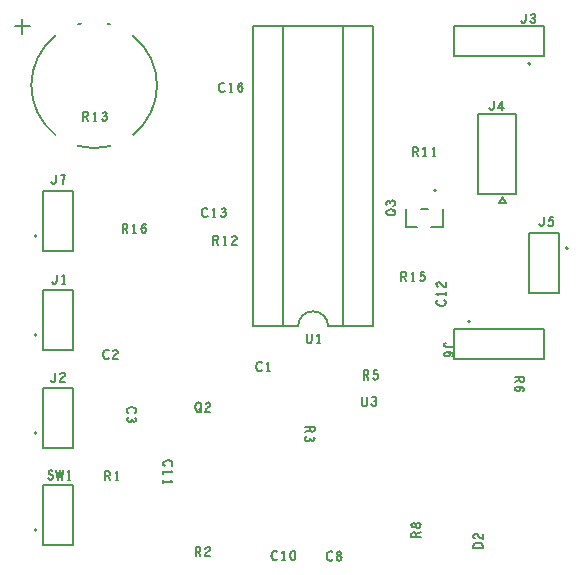
<source format=gto>
G04 ================== begin FILE IDENTIFICATION RECORD ==================*
G04 Layout Name:  WCSA_SystemSchem_4-Layer.brd*
G04 Film Name:    SST*
G04 File Format:  Gerber RS274X*
G04 File Origin:  Cadence Allegro 17.4-S013*
G04 Origin Date:  Thu May  5 23:29:30 2022*
G04 *
G04 Layer:  REF DES/SILKSCREEN_TOP*
G04 Layer:  MANUFACTURING/AUTOSILK_TOP*
G04 *
G04 Offset:    (0.00 0.00)*
G04 Mirror:    No*
G04 Mode:      Positive*
G04 Rotation:  0*
G04 FullContactRelief:  No*
G04 UndefLineWidth:     5.00*
G04 ================== end FILE IDENTIFICATION RECORD ====================*
%FSLAX25Y25*MOIN*%
%IR0*IPPOS*OFA0.00000B0.00000*MIA0B0*SFA1.00000B1.00000*%
%ADD10C,.005*%
%ADD11C,.006*%
%ADD12C,.00787*%
G75*
%LPD*%
G75*
G54D10*
G01X-83355Y-62687D02*
X-83048Y-62945D01*
X-82703Y-63100D01*
X-82397D01*
X-82090Y-62945D01*
X-81860Y-62687D01*
X-81745Y-62325D01*
X-81822Y-61963D01*
X-82013Y-61653D01*
X-82358Y-61447D01*
X-82818Y-61343D01*
X-83087Y-61137D01*
X-83202Y-60775D01*
X-83125Y-60413D01*
X-82933Y-60155D01*
X-82665Y-60000D01*
X-82397D01*
X-82128Y-60103D01*
X-81898Y-60362D01*
G01X-80600Y-60000D02*
X-80063Y-63100D01*
X-79450Y-60000D01*
X-78837Y-63100D01*
X-78300Y-60000D01*
G01X-76350Y-63100D02*
Y-60000D01*
X-76810Y-60620D01*
G01Y-63100D02*
X-75890D01*
G01X-83355Y-62687D02*
X-83048Y-62945D01*
X-82703Y-63100D01*
X-82397D01*
X-82090Y-62945D01*
X-81860Y-62687D01*
X-81745Y-62325D01*
X-81822Y-61963D01*
X-82013Y-61653D01*
X-82358Y-61447D01*
X-82818Y-61343D01*
X-83087Y-61137D01*
X-83202Y-60775D01*
X-83125Y-60413D01*
X-82933Y-60155D01*
X-82665Y-60000D01*
X-82397D01*
X-82128Y-60103D01*
X-81898Y-60362D01*
G01X-80600Y-60000D02*
X-80063Y-63100D01*
X-79450Y-60000D01*
X-78837Y-63100D01*
X-78300Y-60000D01*
G01X-76350Y-63100D02*
Y-60000D01*
X-76810Y-60620D01*
G01Y-63100D02*
X-75890D01*
G01X-82417Y-29980D02*
X-82225Y-30290D01*
X-81995Y-30497D01*
X-81727Y-30600D01*
X-81420Y-30497D01*
X-81190Y-30290D01*
X-80960Y-29980D01*
X-80883Y-29567D01*
Y-27500D01*
G01X-79278Y-28017D02*
X-79048Y-27707D01*
X-78780Y-27552D01*
X-78473Y-27500D01*
X-78090Y-27603D01*
X-77822Y-27862D01*
X-77745Y-28172D01*
X-77783Y-28482D01*
X-77937Y-28740D01*
X-78703Y-29257D01*
X-79048Y-29618D01*
X-79278Y-30135D01*
X-79355Y-30600D01*
X-77745D01*
G01X-82417Y-29980D02*
X-82225Y-30290D01*
X-81995Y-30497D01*
X-81727Y-30600D01*
X-81420Y-30497D01*
X-81190Y-30290D01*
X-80960Y-29980D01*
X-80883Y-29567D01*
Y-27500D01*
G01X-79278Y-28017D02*
X-79048Y-27707D01*
X-78780Y-27552D01*
X-78473Y-27500D01*
X-78090Y-27603D01*
X-77822Y-27862D01*
X-77745Y-28172D01*
X-77783Y-28482D01*
X-77937Y-28740D01*
X-78703Y-29257D01*
X-79048Y-29618D01*
X-79278Y-30135D01*
X-79355Y-30600D01*
X-77745D01*
G01X-82017Y2720D02*
X-81825Y2410D01*
X-81595Y2203D01*
X-81327Y2100D01*
X-81020Y2203D01*
X-80790Y2410D01*
X-80560Y2720D01*
X-80483Y3133D01*
Y5200D01*
G01X-78150Y2100D02*
Y5200D01*
X-78610Y4580D01*
G01Y2100D02*
X-77690D01*
G01X-82017Y2720D02*
X-81825Y2410D01*
X-81595Y2203D01*
X-81327Y2100D01*
X-81020Y2203D01*
X-80790Y2410D01*
X-80560Y2720D01*
X-80483Y3133D01*
Y5200D01*
G01X-78150Y2100D02*
Y5200D01*
X-78610Y4580D01*
G01Y2100D02*
X-77690D01*
G01X-82217Y36020D02*
X-82025Y35710D01*
X-81795Y35503D01*
X-81527Y35400D01*
X-81220Y35503D01*
X-80990Y35710D01*
X-80760Y36020D01*
X-80683Y36433D01*
Y38500D01*
G01X-78427Y35400D02*
X-78350Y36072D01*
X-78235Y36640D01*
X-78082Y37157D01*
X-77890Y37725D01*
X-77583Y38500D01*
X-79117D01*
G01X-82217Y36020D02*
X-82025Y35710D01*
X-81795Y35503D01*
X-81527Y35400D01*
X-81220Y35503D01*
X-80990Y35710D01*
X-80760Y36020D01*
X-80683Y36433D01*
Y38500D01*
G01X-78427Y35400D02*
X-78350Y36072D01*
X-78235Y36640D01*
X-78082Y37157D01*
X-77890Y37725D01*
X-77583Y38500D01*
X-79117D01*
G01X-64217Y-63400D02*
Y-60300D01*
X-63258D01*
X-62952Y-60455D01*
X-62760Y-60662D01*
X-62683Y-61075D01*
X-62760Y-61488D01*
X-62990Y-61747D01*
X-63258Y-61902D01*
X-64217D01*
G01X-63258D02*
X-62683Y-63400D01*
G01X-60350D02*
Y-60300D01*
X-60810Y-60920D01*
G01Y-63400D02*
X-59890D01*
G01X-54258Y-40793D02*
X-54103Y-40563D01*
X-54000Y-40295D01*
Y-39988D01*
X-54155Y-39643D01*
X-54413Y-39375D01*
X-54723Y-39183D01*
X-55240Y-39030D01*
X-55705Y-38992D01*
X-56170Y-39068D01*
X-56480Y-39183D01*
X-56790Y-39413D01*
X-56997Y-39682D01*
X-57100Y-39950D01*
Y-40218D01*
X-56997Y-40487D01*
X-56842Y-40717D01*
X-56635Y-40908D01*
G01X-56480Y-42207D02*
X-56842Y-42437D01*
X-57048Y-42743D01*
X-57100Y-43088D01*
X-57048Y-43395D01*
X-56790Y-43702D01*
X-56480Y-43893D01*
X-56170Y-43932D01*
X-55808Y-43855D01*
X-55550Y-43587D01*
X-55447Y-43318D01*
Y-42973D01*
G01Y-43318D02*
X-55292Y-43548D01*
X-55033Y-43740D01*
X-54723Y-43817D01*
X-54413Y-43740D01*
X-54155Y-43548D01*
X-54000Y-43203D01*
X-54052Y-42858D01*
X-54258Y-42513D01*
G01X-63207Y-20058D02*
X-63437Y-19903D01*
X-63705Y-19800D01*
X-64012D01*
X-64357Y-19955D01*
X-64625Y-20213D01*
X-64817Y-20523D01*
X-64970Y-21040D01*
X-65008Y-21505D01*
X-64932Y-21970D01*
X-64817Y-22280D01*
X-64587Y-22590D01*
X-64318Y-22797D01*
X-64050Y-22900D01*
X-63782D01*
X-63513Y-22797D01*
X-63283Y-22642D01*
X-63092Y-22435D01*
G01X-61678Y-20317D02*
X-61448Y-20007D01*
X-61180Y-19852D01*
X-60873Y-19800D01*
X-60490Y-19903D01*
X-60222Y-20162D01*
X-60145Y-20472D01*
X-60183Y-20782D01*
X-60337Y-21040D01*
X-61103Y-21557D01*
X-61448Y-21918D01*
X-61678Y-22435D01*
X-61755Y-22900D01*
X-60145D01*
G01X-58467Y19000D02*
Y22100D01*
X-57508D01*
X-57202Y21945D01*
X-57010Y21738D01*
X-56933Y21325D01*
X-57010Y20912D01*
X-57240Y20653D01*
X-57508Y20498D01*
X-58467D01*
G01X-57508D02*
X-56933Y19000D01*
G01X-54600D02*
Y22100D01*
X-55060Y21480D01*
G01Y19000D02*
X-54140D01*
G01X-52228Y20292D02*
X-51960Y20653D01*
X-51730Y20860D01*
X-51423Y20963D01*
X-51155Y20860D01*
X-50963Y20653D01*
X-50810Y20343D01*
X-50772Y19982D01*
X-50810Y19672D01*
X-50963Y19362D01*
X-51193Y19103D01*
X-51462Y19000D01*
X-51768Y19103D01*
X-52037Y19413D01*
X-52190Y19878D01*
X-52228Y20395D01*
X-52152Y21067D01*
X-52037Y21428D01*
X-51845Y21790D01*
X-51577Y22048D01*
X-51308Y22100D01*
X-51040Y21997D01*
X-50848Y21738D01*
G01X-71567Y56400D02*
Y59500D01*
X-70608D01*
X-70302Y59345D01*
X-70110Y59138D01*
X-70033Y58725D01*
X-70110Y58312D01*
X-70340Y58053D01*
X-70608Y57898D01*
X-71567D01*
G01X-70608D02*
X-70033Y56400D01*
G01X-67700D02*
Y59500D01*
X-68160Y58880D01*
G01Y56400D02*
X-67240D01*
G01X-65443Y57020D02*
X-65213Y56658D01*
X-64907Y56452D01*
X-64562Y56400D01*
X-64255Y56452D01*
X-63948Y56710D01*
X-63757Y57020D01*
X-63718Y57330D01*
X-63795Y57692D01*
X-64063Y57950D01*
X-64332Y58053D01*
X-64677D01*
G01X-64332D02*
X-64102Y58208D01*
X-63910Y58467D01*
X-63833Y58777D01*
X-63910Y59087D01*
X-64102Y59345D01*
X-64447Y59500D01*
X-64792Y59448D01*
X-65137Y59242D01*
G01X-71567Y56400D02*
Y59500D01*
X-70608D01*
X-70302Y59345D01*
X-70110Y59138D01*
X-70033Y58725D01*
X-70110Y58312D01*
X-70340Y58053D01*
X-70608Y57898D01*
X-71567D01*
G01X-70608D02*
X-70033Y56400D01*
G01X-67700D02*
Y59500D01*
X-68160Y58880D01*
G01Y56400D02*
X-67240D01*
G01X-65443Y57020D02*
X-65213Y56658D01*
X-64907Y56452D01*
X-64562Y56400D01*
X-64255Y56452D01*
X-63948Y56710D01*
X-63757Y57020D01*
X-63718Y57330D01*
X-63795Y57692D01*
X-64063Y57950D01*
X-64332Y58053D01*
X-64677D01*
G01X-64332D02*
X-64102Y58208D01*
X-63910Y58467D01*
X-63833Y58777D01*
X-63910Y59087D01*
X-64102Y59345D01*
X-64447Y59500D01*
X-64792Y59448D01*
X-65137Y59242D01*
G01X-34117Y-88700D02*
Y-85600D01*
X-33158D01*
X-32852Y-85755D01*
X-32660Y-85962D01*
X-32583Y-86375D01*
X-32660Y-86788D01*
X-32890Y-87047D01*
X-33158Y-87202D01*
X-34117D01*
G01X-33158D02*
X-32583Y-88700D01*
G01X-30978Y-86117D02*
X-30748Y-85807D01*
X-30480Y-85652D01*
X-30173Y-85600D01*
X-29790Y-85703D01*
X-29522Y-85962D01*
X-29445Y-86272D01*
X-29483Y-86582D01*
X-29637Y-86840D01*
X-30403Y-87357D01*
X-30748Y-87718D01*
X-30978Y-88235D01*
X-31055Y-88700D01*
X-29445D01*
G01X-42158Y-58493D02*
X-42003Y-58263D01*
X-41900Y-57995D01*
Y-57688D01*
X-42055Y-57343D01*
X-42313Y-57075D01*
X-42623Y-56883D01*
X-43140Y-56730D01*
X-43605Y-56692D01*
X-44070Y-56768D01*
X-44380Y-56883D01*
X-44690Y-57113D01*
X-44897Y-57382D01*
X-45000Y-57650D01*
Y-57918D01*
X-44897Y-58187D01*
X-44742Y-58417D01*
X-44535Y-58608D01*
G01X-45000Y-60750D02*
X-41900D01*
X-42520Y-60290D01*
G01X-45000D02*
Y-61210D01*
G01Y-63850D02*
X-41900D01*
X-42520Y-63390D01*
G01X-45000D02*
Y-64310D01*
G01X-33250Y-40500D02*
X-33557Y-40448D01*
X-33825Y-40242D01*
X-34055Y-39932D01*
X-34208Y-39570D01*
X-34285Y-39157D01*
Y-38743D01*
X-34208Y-38330D01*
X-34055Y-37968D01*
X-33825Y-37658D01*
X-33557Y-37452D01*
X-33250Y-37400D01*
X-32943Y-37452D01*
X-32675Y-37658D01*
X-32445Y-37968D01*
X-32292Y-38330D01*
X-32215Y-38743D01*
Y-39157D01*
X-32292Y-39570D01*
X-32445Y-39932D01*
X-32675Y-40242D01*
X-32943Y-40448D01*
X-33250Y-40500D01*
G01X-32943Y-39673D02*
X-32483Y-40500D01*
G01X-30878Y-37917D02*
X-30648Y-37607D01*
X-30380Y-37452D01*
X-30073Y-37400D01*
X-29690Y-37503D01*
X-29422Y-37762D01*
X-29345Y-38072D01*
X-29383Y-38382D01*
X-29537Y-38640D01*
X-30303Y-39157D01*
X-30648Y-39518D01*
X-30878Y-40035D01*
X-30955Y-40500D01*
X-29345D01*
G01X-7107Y-87158D02*
X-7337Y-87003D01*
X-7605Y-86900D01*
X-7912D01*
X-8257Y-87055D01*
X-8525Y-87313D01*
X-8717Y-87623D01*
X-8870Y-88140D01*
X-8908Y-88605D01*
X-8832Y-89070D01*
X-8717Y-89380D01*
X-8487Y-89690D01*
X-8218Y-89897D01*
X-7950Y-90000D01*
X-7682D01*
X-7413Y-89897D01*
X-7183Y-89742D01*
X-6992Y-89535D01*
G01X-4850Y-90000D02*
Y-86900D01*
X-5310Y-87520D01*
G01Y-90000D02*
X-4390D01*
G01X-1750Y-86900D02*
X-2057Y-87003D01*
X-2287Y-87262D01*
X-2440Y-87572D01*
X-2555Y-87985D01*
X-2593Y-88450D01*
X-2555Y-88915D01*
X-2440Y-89328D01*
X-2287Y-89638D01*
X-2057Y-89897D01*
X-1750Y-90000D01*
X-1443Y-89897D01*
X-1213Y-89638D01*
X-1060Y-89328D01*
X-945Y-88915D01*
X-907Y-88450D01*
X-945Y-87985D01*
X-1060Y-87572D01*
X-1213Y-87262D01*
X-1443Y-87003D01*
X-1750Y-86900D01*
G01X10000Y-12000D02*
X25000D01*
Y88000D01*
X-15000D01*
Y-12000D01*
X0D01*
G01X-12207Y-24158D02*
X-12437Y-24003D01*
X-12705Y-23900D01*
X-13012D01*
X-13357Y-24055D01*
X-13625Y-24313D01*
X-13817Y-24623D01*
X-13970Y-25140D01*
X-14008Y-25605D01*
X-13932Y-26070D01*
X-13817Y-26380D01*
X-13587Y-26690D01*
X-13318Y-26897D01*
X-13050Y-27000D01*
X-12782D01*
X-12513Y-26897D01*
X-12283Y-26742D01*
X-12092Y-26535D01*
G01X-9950Y-27000D02*
Y-23900D01*
X-10410Y-24520D01*
G01Y-27000D02*
X-9490D01*
G01X-28267Y15100D02*
Y18200D01*
X-27308D01*
X-27002Y18045D01*
X-26810Y17838D01*
X-26733Y17425D01*
X-26810Y17012D01*
X-27040Y16753D01*
X-27308Y16598D01*
X-28267D01*
G01X-27308D02*
X-26733Y15100D01*
G01X-24400D02*
Y18200D01*
X-24860Y17580D01*
G01Y15100D02*
X-23940D01*
G01X-22028Y17683D02*
X-21798Y17993D01*
X-21530Y18148D01*
X-21223Y18200D01*
X-20840Y18097D01*
X-20572Y17838D01*
X-20495Y17528D01*
X-20533Y17218D01*
X-20687Y16960D01*
X-21453Y16443D01*
X-21798Y16082D01*
X-22028Y15565D01*
X-22105Y15100D01*
X-20495D01*
G01X-30307Y27242D02*
X-30537Y27397D01*
X-30805Y27500D01*
X-31112D01*
X-31457Y27345D01*
X-31725Y27087D01*
X-31917Y26777D01*
X-32070Y26260D01*
X-32108Y25795D01*
X-32032Y25330D01*
X-31917Y25020D01*
X-31687Y24710D01*
X-31418Y24503D01*
X-31150Y24400D01*
X-30882D01*
X-30613Y24503D01*
X-30383Y24658D01*
X-30192Y24865D01*
G01X-28050Y24400D02*
Y27500D01*
X-28510Y26880D01*
G01Y24400D02*
X-27590D01*
G01X-25793Y25020D02*
X-25563Y24658D01*
X-25257Y24452D01*
X-24912Y24400D01*
X-24605Y24452D01*
X-24298Y24710D01*
X-24107Y25020D01*
X-24068Y25330D01*
X-24145Y25692D01*
X-24413Y25950D01*
X-24682Y26053D01*
X-25027D01*
G01X-24682D02*
X-24452Y26208D01*
X-24260Y26467D01*
X-24183Y26777D01*
X-24260Y27087D01*
X-24452Y27345D01*
X-24797Y27500D01*
X-25142Y27448D01*
X-25487Y27242D01*
G01X-24607Y68942D02*
X-24837Y69097D01*
X-25105Y69200D01*
X-25412D01*
X-25757Y69045D01*
X-26025Y68787D01*
X-26217Y68477D01*
X-26370Y67960D01*
X-26408Y67495D01*
X-26332Y67030D01*
X-26217Y66720D01*
X-25987Y66410D01*
X-25718Y66203D01*
X-25450Y66100D01*
X-25182D01*
X-24913Y66203D01*
X-24683Y66358D01*
X-24492Y66565D01*
G01X-22350Y66100D02*
Y69200D01*
X-22810Y68580D01*
G01Y66100D02*
X-21890D01*
G01X-19978Y67392D02*
X-19710Y67753D01*
X-19480Y67960D01*
X-19173Y68063D01*
X-18905Y67960D01*
X-18713Y67753D01*
X-18560Y67443D01*
X-18522Y67082D01*
X-18560Y66772D01*
X-18713Y66462D01*
X-18943Y66203D01*
X-19212Y66100D01*
X-19518Y66203D01*
X-19787Y66513D01*
X-19940Y66978D01*
X-19978Y67495D01*
X-19902Y68167D01*
X-19787Y68528D01*
X-19595Y68890D01*
X-19327Y69148D01*
X-19058Y69200D01*
X-18790Y69097D01*
X-18598Y68838D01*
G01X11393Y-87258D02*
X11163Y-87103D01*
X10895Y-87000D01*
X10588D01*
X10243Y-87155D01*
X9975Y-87413D01*
X9783Y-87723D01*
X9630Y-88240D01*
X9592Y-88705D01*
X9668Y-89170D01*
X9783Y-89480D01*
X10013Y-89790D01*
X10282Y-89997D01*
X10550Y-90100D01*
X10818D01*
X11087Y-89997D01*
X11317Y-89842D01*
X11508Y-89635D01*
G01X13650Y-90100D02*
X13918Y-90048D01*
X14225Y-89893D01*
X14417Y-89635D01*
X14493Y-89273D01*
X14417Y-88912D01*
X14187Y-88602D01*
X13842Y-88447D01*
X13458D01*
X13228Y-88343D01*
X13037Y-88085D01*
X12960Y-87723D01*
X13075Y-87362D01*
X13343Y-87103D01*
X13650Y-87000D01*
X13957Y-87103D01*
X14225Y-87362D01*
X14340Y-87723D01*
X14263Y-88085D01*
X14072Y-88343D01*
X13842Y-88447D01*
X13458D01*
X13113Y-88602D01*
X12883Y-88912D01*
X12807Y-89273D01*
X12883Y-89635D01*
X13075Y-89893D01*
X13382Y-90048D01*
X13650Y-90100D01*
G01X2400Y-45583D02*
X5500D01*
Y-46542D01*
X5345Y-46848D01*
X5138Y-47040D01*
X4725Y-47117D01*
X4312Y-47040D01*
X4053Y-46810D01*
X3898Y-46542D01*
Y-45583D01*
G01Y-46542D02*
X2400Y-47117D01*
G01X3020Y-48607D02*
X2658Y-48837D01*
X2452Y-49143D01*
X2400Y-49488D01*
X2452Y-49795D01*
X2710Y-50102D01*
X3020Y-50293D01*
X3330Y-50332D01*
X3692Y-50255D01*
X3950Y-49987D01*
X4053Y-49718D01*
Y-49373D01*
G01Y-49718D02*
X4208Y-49948D01*
X4467Y-50140D01*
X4777Y-50217D01*
X5087Y-50140D01*
X5345Y-49948D01*
X5500Y-49603D01*
X5448Y-49258D01*
X5242Y-48913D01*
G01X2907Y-14500D02*
Y-16722D01*
X3060Y-17187D01*
X3367Y-17497D01*
X3750Y-17600D01*
X4133Y-17497D01*
X4440Y-17187D01*
X4593Y-16722D01*
Y-14500D01*
G01X6850Y-17600D02*
Y-14500D01*
X6390Y-15120D01*
G01Y-17600D02*
X7310D01*
G01X2907Y-14500D02*
Y-16722D01*
X3060Y-17187D01*
X3367Y-17497D01*
X3750Y-17600D01*
X4133Y-17497D01*
X4440Y-17187D01*
X4593Y-16722D01*
Y-14500D01*
G01X6850Y-17600D02*
Y-14500D01*
X6390Y-15120D01*
G01Y-17600D02*
X7310D01*
G01X15000Y-12000D02*
Y88000D01*
G01X-5000Y-12000D02*
Y88000D01*
G01X10000Y-12000D02*
G03X5000Y-7000I-5000J0D01*
G01D02*
G03X0Y-12000I0J-5000D01*
G01X40800Y-82217D02*
X37700D01*
Y-81258D01*
X37855Y-80952D01*
X38062Y-80760D01*
X38475Y-80683D01*
X38888Y-80760D01*
X39147Y-80990D01*
X39302Y-81258D01*
Y-82217D01*
G01Y-81258D02*
X40800Y-80683D01*
G01Y-78350D02*
X40748Y-78082D01*
X40593Y-77775D01*
X40335Y-77583D01*
X39973Y-77507D01*
X39612Y-77583D01*
X39302Y-77813D01*
X39147Y-78158D01*
Y-78542D01*
X39043Y-78772D01*
X38785Y-78963D01*
X38423Y-79040D01*
X38062Y-78925D01*
X37803Y-78657D01*
X37700Y-78350D01*
X37803Y-78043D01*
X38062Y-77775D01*
X38423Y-77660D01*
X38785Y-77737D01*
X39043Y-77928D01*
X39147Y-78158D01*
Y-78542D01*
X39302Y-78887D01*
X39612Y-79117D01*
X39973Y-79193D01*
X40335Y-79117D01*
X40593Y-78925D01*
X40748Y-78618D01*
X40800Y-78350D01*
G01X21883Y-29800D02*
Y-26700D01*
X22842D01*
X23148Y-26855D01*
X23340Y-27062D01*
X23417Y-27475D01*
X23340Y-27888D01*
X23110Y-28147D01*
X22842Y-28302D01*
X21883D01*
G01X22842D02*
X23417Y-29800D01*
G01X24907Y-29335D02*
X25137Y-29593D01*
X25405Y-29748D01*
X25750Y-29800D01*
X26095Y-29697D01*
X26363Y-29490D01*
X26555Y-29128D01*
X26593Y-28715D01*
X26517Y-28302D01*
X26325Y-28043D01*
X26057Y-27837D01*
X25788Y-27785D01*
X25520Y-27837D01*
X25175Y-28043D01*
X25290Y-26700D01*
X26325D01*
G01X21291Y-35475D02*
Y-37697D01*
X21444Y-38162D01*
X21751Y-38472D01*
X22134Y-38575D01*
X22517Y-38472D01*
X22824Y-38162D01*
X22977Y-37697D01*
Y-35475D01*
G01X24391Y-37955D02*
X24621Y-38317D01*
X24927Y-38523D01*
X25272Y-38575D01*
X25579Y-38523D01*
X25886Y-38265D01*
X26077Y-37955D01*
X26116Y-37645D01*
X26039Y-37283D01*
X25771Y-37025D01*
X25502Y-36922D01*
X25157D01*
G01X25502D02*
X25732Y-36767D01*
X25924Y-36508D01*
X26001Y-36198D01*
X25924Y-35888D01*
X25732Y-35630D01*
X25387Y-35475D01*
X25042Y-35527D01*
X24697Y-35733D01*
G01X34433Y3000D02*
Y6100D01*
X35392D01*
X35698Y5945D01*
X35890Y5738D01*
X35967Y5325D01*
X35890Y4912D01*
X35660Y4653D01*
X35392Y4498D01*
X34433D01*
G01X35392D02*
X35967Y3000D01*
G01X38300D02*
Y6100D01*
X37840Y5480D01*
G01Y3000D02*
X38760D01*
G01X40557Y3465D02*
X40787Y3207D01*
X41055Y3052D01*
X41400Y3000D01*
X41745Y3103D01*
X42013Y3310D01*
X42205Y3672D01*
X42243Y4085D01*
X42167Y4498D01*
X41975Y4757D01*
X41707Y4963D01*
X41438Y5015D01*
X41170Y4963D01*
X40825Y4757D01*
X40940Y6100D01*
X41975D01*
G01X32400Y25950D02*
X32348Y25643D01*
X32142Y25375D01*
X31832Y25145D01*
X31470Y24992D01*
X31057Y24915D01*
X30643D01*
X30230Y24992D01*
X29868Y25145D01*
X29558Y25375D01*
X29352Y25643D01*
X29300Y25950D01*
X29352Y26257D01*
X29558Y26525D01*
X29868Y26755D01*
X30230Y26908D01*
X30643Y26985D01*
X31057D01*
X31470Y26908D01*
X31832Y26755D01*
X32142Y26525D01*
X32348Y26257D01*
X32400Y25950D01*
G01X31573Y26257D02*
X32400Y26717D01*
G01X31780Y28207D02*
X32142Y28437D01*
X32348Y28743D01*
X32400Y29088D01*
X32348Y29395D01*
X32090Y29702D01*
X31780Y29893D01*
X31470Y29932D01*
X31108Y29855D01*
X30850Y29587D01*
X30747Y29318D01*
Y28973D01*
G01Y29318D02*
X30592Y29548D01*
X30333Y29740D01*
X30023Y29817D01*
X29713Y29740D01*
X29455Y29548D01*
X29300Y29203D01*
X29352Y28858D01*
X29558Y28513D01*
G01X32400Y25950D02*
X32348Y25643D01*
X32142Y25375D01*
X31832Y25145D01*
X31470Y24992D01*
X31057Y24915D01*
X30643D01*
X30230Y24992D01*
X29868Y25145D01*
X29558Y25375D01*
X29352Y25643D01*
X29300Y25950D01*
X29352Y26257D01*
X29558Y26525D01*
X29868Y26755D01*
X30230Y26908D01*
X30643Y26985D01*
X31057D01*
X31470Y26908D01*
X31832Y26755D01*
X32142Y26525D01*
X32348Y26257D01*
X32400Y25950D01*
G01X31573Y26257D02*
X32400Y26717D01*
G01X31780Y28207D02*
X32142Y28437D01*
X32348Y28743D01*
X32400Y29088D01*
X32348Y29395D01*
X32090Y29702D01*
X31780Y29893D01*
X31470Y29932D01*
X31108Y29855D01*
X30850Y29587D01*
X30747Y29318D01*
Y28973D01*
G01Y29318D02*
X30592Y29548D01*
X30333Y29740D01*
X30023Y29817D01*
X29713Y29740D01*
X29455Y29548D01*
X29300Y29203D01*
X29352Y28858D01*
X29558Y28513D01*
G01X38333Y44600D02*
Y47700D01*
X39292D01*
X39598Y47545D01*
X39790Y47338D01*
X39867Y46925D01*
X39790Y46512D01*
X39560Y46253D01*
X39292Y46098D01*
X38333D01*
G01X39292D02*
X39867Y44600D01*
G01X42200D02*
Y47700D01*
X41740Y47080D01*
G01Y44600D02*
X42660D01*
G01X45300D02*
Y47700D01*
X44840Y47080D01*
G01Y44600D02*
X45760D01*
G01X61500Y-85893D02*
X58400D01*
Y-85127D01*
X58555Y-84820D01*
X58762Y-84590D01*
X59072Y-84398D01*
X59433Y-84245D01*
X59950Y-84207D01*
X60467Y-84245D01*
X60828Y-84398D01*
X61138Y-84590D01*
X61345Y-84820D01*
X61500Y-85127D01*
Y-85893D01*
G01X58917Y-82678D02*
X58607Y-82448D01*
X58452Y-82180D01*
X58400Y-81873D01*
X58503Y-81490D01*
X58762Y-81222D01*
X59072Y-81145D01*
X59382Y-81183D01*
X59640Y-81337D01*
X60157Y-82103D01*
X60518Y-82448D01*
X61035Y-82678D01*
X61500Y-82755D01*
Y-81145D01*
G01X49220Y-17483D02*
X48910Y-17675D01*
X48703Y-17905D01*
X48600Y-18173D01*
X48703Y-18480D01*
X48910Y-18710D01*
X49220Y-18940D01*
X49633Y-19017D01*
X51700D01*
G01X49892Y-20622D02*
X50253Y-20890D01*
X50460Y-21120D01*
X50563Y-21427D01*
X50460Y-21695D01*
X50253Y-21887D01*
X49943Y-22040D01*
X49582Y-22078D01*
X49272Y-22040D01*
X48962Y-21887D01*
X48703Y-21657D01*
X48600Y-21388D01*
X48703Y-21082D01*
X49013Y-20813D01*
X49478Y-20660D01*
X49995Y-20622D01*
X50667Y-20698D01*
X51028Y-20813D01*
X51390Y-21005D01*
X51648Y-21273D01*
X51700Y-21542D01*
X51597Y-21810D01*
X51338Y-22002D01*
G01X49220Y-17483D02*
X48910Y-17675D01*
X48703Y-17905D01*
X48600Y-18173D01*
X48703Y-18480D01*
X48910Y-18710D01*
X49220Y-18940D01*
X49633Y-19017D01*
X51700D01*
G01X49892Y-20622D02*
X50253Y-20890D01*
X50460Y-21120D01*
X50563Y-21427D01*
X50460Y-21695D01*
X50253Y-21887D01*
X49943Y-22040D01*
X49582Y-22078D01*
X49272Y-22040D01*
X48962Y-21887D01*
X48703Y-21657D01*
X48600Y-21388D01*
X48703Y-21082D01*
X49013Y-20813D01*
X49478Y-20660D01*
X49995Y-20622D01*
X50667Y-20698D01*
X51028Y-20813D01*
X51390Y-21005D01*
X51648Y-21273D01*
X51700Y-21542D01*
X51597Y-21810D01*
X51338Y-22002D01*
G01X46358Y-3407D02*
X46203Y-3637D01*
X46100Y-3905D01*
Y-4212D01*
X46255Y-4557D01*
X46513Y-4825D01*
X46823Y-5017D01*
X47340Y-5170D01*
X47805Y-5208D01*
X48270Y-5132D01*
X48580Y-5017D01*
X48890Y-4787D01*
X49097Y-4518D01*
X49200Y-4250D01*
Y-3982D01*
X49097Y-3713D01*
X48942Y-3483D01*
X48735Y-3292D01*
G01X49200Y-1150D02*
X46100D01*
X46720Y-1610D01*
G01X49200D02*
Y-690D01*
G01X46617Y1222D02*
X46307Y1452D01*
X46152Y1720D01*
X46100Y2027D01*
X46203Y2410D01*
X46462Y2678D01*
X46772Y2755D01*
X47082Y2717D01*
X47340Y2563D01*
X47857Y1797D01*
X48218Y1452D01*
X48735Y1222D01*
X49200Y1145D01*
Y2755D01*
G01X72528Y58669D02*
Y32094D01*
X59929D01*
Y58669D01*
X72528D01*
G01X63783Y60620D02*
X63975Y60310D01*
X64205Y60103D01*
X64473Y60000D01*
X64780Y60103D01*
X65010Y60310D01*
X65240Y60620D01*
X65317Y61033D01*
Y63100D01*
G01X68110Y60000D02*
Y63100D01*
X66692Y60878D01*
X68608D01*
G01X72224Y-28982D02*
X75324D01*
Y-29941D01*
X75169Y-30247D01*
X74962Y-30439D01*
X74549Y-30516D01*
X74136Y-30439D01*
X73877Y-30209D01*
X73722Y-29941D01*
Y-28982D01*
G01Y-29941D02*
X72224Y-30516D01*
G01X73516Y-32121D02*
X73877Y-32389D01*
X74084Y-32619D01*
X74187Y-32926D01*
X74084Y-33194D01*
X73877Y-33386D01*
X73567Y-33539D01*
X73206Y-33577D01*
X72896Y-33539D01*
X72586Y-33386D01*
X72327Y-33156D01*
X72224Y-32887D01*
X72327Y-32581D01*
X72637Y-32312D01*
X73102Y-32159D01*
X73619Y-32121D01*
X74291Y-32197D01*
X74652Y-32312D01*
X75014Y-32504D01*
X75272Y-32772D01*
X75324Y-33041D01*
X75221Y-33309D01*
X74962Y-33501D01*
G01X80383Y21920D02*
X80575Y21610D01*
X80805Y21403D01*
X81073Y21300D01*
X81380Y21403D01*
X81610Y21610D01*
X81840Y21920D01*
X81917Y22333D01*
Y24400D01*
G01X83407Y21765D02*
X83637Y21507D01*
X83905Y21352D01*
X84250Y21300D01*
X84595Y21403D01*
X84863Y21610D01*
X85055Y21972D01*
X85093Y22385D01*
X85017Y22798D01*
X84825Y23057D01*
X84557Y23263D01*
X84288Y23315D01*
X84020Y23263D01*
X83675Y23057D01*
X83790Y24400D01*
X84825D01*
G01X68000Y30914D02*
X69181Y28945D01*
G01X66819Y28944D02*
X68000Y30913D01*
G01X69181Y28945D02*
X66819D01*
G01X74283Y89620D02*
X74475Y89310D01*
X74705Y89103D01*
X74973Y89000D01*
X75280Y89103D01*
X75510Y89310D01*
X75740Y89620D01*
X75817Y90033D01*
Y92100D01*
G01X77307Y89620D02*
X77537Y89258D01*
X77843Y89052D01*
X78188Y89000D01*
X78495Y89052D01*
X78802Y89310D01*
X78993Y89620D01*
X79032Y89930D01*
X78955Y90292D01*
X78687Y90550D01*
X78418Y90653D01*
X78073D01*
G01X78418D02*
X78648Y90808D01*
X78840Y91067D01*
X78917Y91377D01*
X78840Y91687D01*
X78648Y91945D01*
X78303Y92100D01*
X77958Y92048D01*
X77613Y91842D01*
G01X74283Y89620D02*
X74475Y89310D01*
X74705Y89103D01*
X74973Y89000D01*
X75280Y89103D01*
X75510Y89310D01*
X75740Y89620D01*
X75817Y90033D01*
Y92100D01*
G01X77307Y89620D02*
X77537Y89258D01*
X77843Y89052D01*
X78188Y89000D01*
X78495Y89052D01*
X78802Y89310D01*
X78993Y89620D01*
X79032Y89930D01*
X78955Y90292D01*
X78687Y90550D01*
X78418Y90653D01*
X78073D01*
G01X78418D02*
X78648Y90808D01*
X78840Y91067D01*
X78917Y91377D01*
X78840Y91687D01*
X78648Y91945D01*
X78303Y92100D01*
X77958Y92048D01*
X77613Y91842D01*
G54D11*
G01X-80940Y84791D02*
G03Y51839I12940J-16476D01*
G01X-91950Y90500D02*
Y85500D01*
G01X-94450Y88000D02*
X-89450D01*
G01X-73417Y48077D02*
G03X-62583I5417J20238D01*
G01X-72388Y88800D02*
G03X-73417Y88552I4392J-20484D01*
G01X-62583Y88553D02*
G03X-63612Y88800I-5403J-20241D01*
G01X-55060Y51839D02*
G03X-47050Y68315I-12940J16476D01*
G01D02*
G03X-55060Y84791I-20950J0D01*
G01X35800Y20950D02*
X39590D01*
G01X35800Y27050D02*
Y20950D01*
G01X43192Y27050D02*
X40808D01*
G01X44410Y20950D02*
X48200D01*
G01D02*
Y27050D01*
G01X45902Y33300D02*
G03I-300J0D01*
G54D12*
G01X-87165Y-80000D02*
G03I-394J0D01*
G01X-85000Y-85000D02*
Y-65000D01*
X-75000D01*
Y-85000D01*
X-85000D01*
G01X-87165Y-47500D02*
G03I-394J0D01*
G01X-85000Y-52500D02*
Y-32500D01*
X-75000D01*
Y-52500D01*
X-85000D01*
G01X-87165Y-15000D02*
G03I-394J0D01*
G01X-85000Y-20000D02*
Y0D01*
X-75000D01*
Y-20000D01*
X-85000D01*
G01X-87165Y18000D02*
G03I-394J0D01*
G01X-85000Y13000D02*
Y33000D01*
X-75000D01*
Y13000D01*
X-85000D01*
G01X57394Y-10441D02*
G03I-394J0D01*
G01X52000Y-13000D02*
X82000D01*
Y-23000D01*
X52000D01*
Y-13000D01*
G01X82000Y78000D02*
X52000D01*
Y88000D01*
X82000D01*
Y78000D01*
G01X89953Y14000D02*
G03I-394J0D01*
G01X87000Y19000D02*
Y-1000D01*
X77000D01*
Y19000D01*
X87000D01*
G01X77000Y75047D02*
G03X77394Y75441I0J394D01*
G01X76606D02*
G03X77000Y75047I394J0D01*
G01Y75835D02*
G03X76606Y75441I0J-394D01*
G01X77394D02*
G03X77000Y75835I-394J0D01*
M02*

</source>
